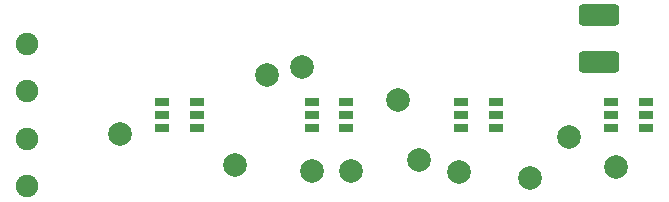
<source format=gbr>
%TF.GenerationSoftware,KiCad,Pcbnew,9.0.0*%
%TF.CreationDate,2026-02-06T13:22:11+01:00*%
%TF.ProjectId,Integrated_ACG_separate_v2,496e7465-6772-4617-9465-645f4143475f,rev?*%
%TF.SameCoordinates,Original*%
%TF.FileFunction,Soldermask,Top*%
%TF.FilePolarity,Negative*%
%FSLAX46Y46*%
G04 Gerber Fmt 4.6, Leading zero omitted, Abs format (unit mm)*
G04 Created by KiCad (PCBNEW 9.0.0) date 2026-02-06 13:22:11*
%MOMM*%
%LPD*%
G01*
G04 APERTURE LIST*
G04 Aperture macros list*
%AMRoundRect*
0 Rectangle with rounded corners*
0 $1 Rounding radius*
0 $2 $3 $4 $5 $6 $7 $8 $9 X,Y pos of 4 corners*
0 Add a 4 corners polygon primitive as box body*
4,1,4,$2,$3,$4,$5,$6,$7,$8,$9,$2,$3,0*
0 Add four circle primitives for the rounded corners*
1,1,$1+$1,$2,$3*
1,1,$1+$1,$4,$5*
1,1,$1+$1,$6,$7*
1,1,$1+$1,$8,$9*
0 Add four rect primitives between the rounded corners*
20,1,$1+$1,$2,$3,$4,$5,0*
20,1,$1+$1,$4,$5,$6,$7,0*
20,1,$1+$1,$6,$7,$8,$9,0*
20,1,$1+$1,$8,$9,$2,$3,0*%
G04 Aperture macros list end*
%ADD10RoundRect,0.250000X-1.450000X-0.650000X1.450000X-0.650000X1.450000X0.650000X-1.450000X0.650000X0*%
%ADD11C,2.000000*%
%ADD12R,1.295400X0.711200*%
%ADD13C,1.905000*%
G04 APERTURE END LIST*
D10*
%TO.C,BTN*%
X255930000Y-134210000D03*
%TD*%
D11*
%TO.C,TP8*%
X240700000Y-146500000D03*
%TD*%
%TO.C,TP9*%
X244100000Y-147500000D03*
%TD*%
%TO.C,TP7*%
X238900000Y-141400000D03*
%TD*%
%TO.C,TP3*%
X225100000Y-146900000D03*
%TD*%
D10*
%TO.C,GND*%
X255890000Y-138150000D03*
%TD*%
D11*
%TO.C,TP4*%
X230800000Y-138600000D03*
%TD*%
%TO.C,TP6*%
X234900000Y-147400000D03*
%TD*%
%TO.C,TP5*%
X231600000Y-147400000D03*
%TD*%
%TO.C,TP12*%
X257400000Y-147100000D03*
%TD*%
%TO.C,TP11*%
X250100000Y-148000000D03*
%TD*%
%TO.C,TP10*%
X253400000Y-144500000D03*
%TD*%
%TO.C,TP1*%
X227800000Y-139300000D03*
%TD*%
%TO.C,TP2*%
X215400000Y-144300000D03*
%TD*%
D12*
%TO.C,L4*%
X256914999Y-141600000D03*
X256914999Y-142700000D03*
X256914999Y-143800000D03*
X259865001Y-143800000D03*
X259865001Y-142700000D03*
X259865001Y-141600000D03*
%TD*%
%TO.C,L3*%
X244254999Y-141600000D03*
X244254999Y-142700000D03*
X244254999Y-143800000D03*
X247205001Y-143800000D03*
X247205001Y-142700000D03*
X247205001Y-141600000D03*
%TD*%
%TO.C,L2*%
X231584999Y-141600000D03*
X231584999Y-142700000D03*
X231584999Y-143800000D03*
X234535001Y-143800000D03*
X234535001Y-142700000D03*
X234535001Y-141600000D03*
%TD*%
%TO.C,L1*%
X218899998Y-141600000D03*
X218899998Y-142700000D03*
X218899998Y-143800000D03*
X221850000Y-143800000D03*
X221850000Y-142700000D03*
X221850000Y-141600000D03*
%TD*%
D13*
%TO.C,J1*%
X207510005Y-148679893D03*
X207510005Y-144679893D03*
X207510005Y-140679893D03*
X207510005Y-136679893D03*
%TD*%
M02*

</source>
